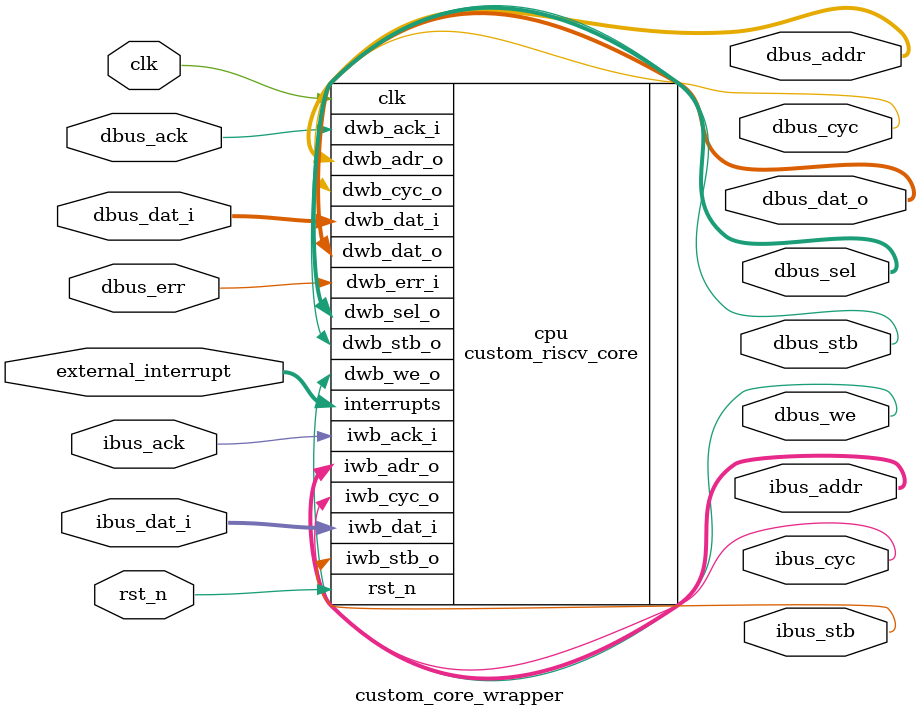
<source format=v>
/**
 * @file custom_core_wrapper.v
 * @brief Wrapper for Custom RV32IM Core - Simple Passthrough (Approach 2)
 *
 * This wrapper provides the exact same Wishbone interface as vexriscv_wrapper.v,
 * making it a DROP-IN replacement. Since the custom core uses native Wishbone
 * (Approach 2), this wrapper is just a simple passthrough with no conversion.
 *
 * IMPLEMENTATION APPROACH: Native Wishbone (Approach 2)
 * - Core uses Wishbone natively
 * - Wrapper just connects signals directly
 * - No protocol conversion needed
 * - Clean and simple!
 *
 * @author Custom RISC-V Core Team
 * @date 2025-12-03
 * @version 0.2 - Approach 2: Passthrough Wrapper
 */

module custom_core_wrapper (
    input  wire        clk,
    input  wire        rst_n,

    //==========================================================================
    // Wishbone Instruction Bus (master) - TO SoC
    //==========================================================================

    output wire [31:0] ibus_addr,
    output wire        ibus_cyc,
    output wire        ibus_stb,
    input  wire        ibus_ack,
    input  wire [31:0] ibus_dat_i,

    //==========================================================================
    // Wishbone Data Bus (master) - TO SoC
    //==========================================================================

    output wire [31:0] dbus_addr,
    output wire [31:0] dbus_dat_o,
    input  wire [31:0] dbus_dat_i,
    output wire        dbus_we,
    output wire [3:0]  dbus_sel,
    output wire        dbus_cyc,
    output wire        dbus_stb,
    input  wire        dbus_ack,
    input  wire        dbus_err,

    //==========================================================================
    // Interrupts
    //==========================================================================

    input  wire [31:0] external_interrupt
);

    //==========================================================================
    // APPROACH 2: SIMPLE PASSTHROUGH
    //==========================================================================

    /**
     * Since custom_riscv_core uses native Wishbone (Approach 2),
     * this wrapper is extremely simple - just connect signals!
     *
     * No protocol conversion needed.
     * No state machines needed.
     * Just wire connections!
     *
     * This is the beauty of using standard Wishbone natively.
     */

    //==========================================================================
    // Custom Core Instantiation
    //==========================================================================

    custom_riscv_core #(
        .RESET_VECTOR(32'h00000000)  // Start of ROM
    ) cpu (
        .clk(clk),
        .rst_n(rst_n),

        // Instruction Wishbone Bus - Direct connection!
        .iwb_adr_o(ibus_addr),
        .iwb_dat_i(ibus_dat_i),
        .iwb_cyc_o(ibus_cyc),
        .iwb_stb_o(ibus_stb),
        .iwb_ack_i(ibus_ack),

        // Data Wishbone Bus - Direct connection!
        .dwb_adr_o(dbus_addr),
        .dwb_dat_o(dbus_dat_o),
        .dwb_dat_i(dbus_dat_i),
        .dwb_we_o(dbus_we),
        .dwb_sel_o(dbus_sel),
        .dwb_cyc_o(dbus_cyc),
        .dwb_stb_o(dbus_stb),
        .dwb_ack_i(dbus_ack),
        .dwb_err_i(dbus_err),

        // Interrupts
        .interrupts(external_interrupt)
    );

    //==========================================================================
    // That's it! No conversion logic needed for Approach 2.
    //==========================================================================

    /**
     * Compare this to Approach 1 (cmd/rsp):
     * - Approach 1 needs ~100 lines of conversion logic
     * - Approach 2 needs ~5 lines (just wire connections)
     *
     * This is why Approach 2 is cleaner and more reusable!
     */

    // Synthesis-time info
    // synthesis translate_off
    initial begin
        $display("");
        $display("=================================================================");
        $display("INFO: custom_core_wrapper - Approach 2 (Simple Passthrough)");
        $display("=================================================================");
        $display("This wrapper uses DIRECT WISHBONE passthrough.");
        $display("");
        $display("Advantages:");
        $display("  - No protocol conversion needed");
        $display("  - Just ~5 lines of wire connections");
        $display("  - Clean and easy to understand");
        $display("  - Zero latency overhead");
        $display("");
        $display("The core (custom_riscv_core.v) uses native Wishbone,");
        $display("so this wrapper is just a passthrough module.");
        $display("=================================================================");
        $display("");
    end
    // synthesis translate_on

endmodule

</source>
